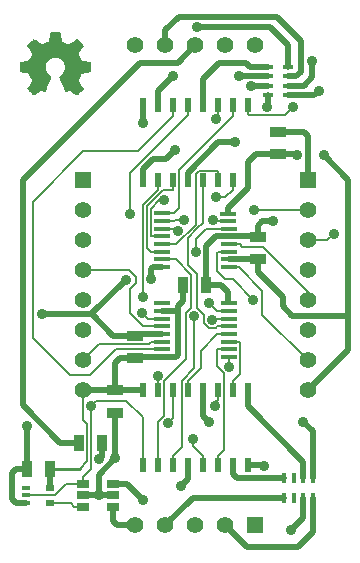
<source format=gtl>
G04 (created by PCBNEW (2013-07-07 BZR 4022)-stable) date 08/06/2014 17:08:36*
%MOIN*%
G04 Gerber Fmt 3.4, Leading zero omitted, Abs format*
%FSLAX34Y34*%
G01*
G70*
G90*
G04 APERTURE LIST*
%ADD10C,0.00590551*%
%ADD11C,0.0001*%
%ADD12R,0.0315X0.018*%
%ADD13R,0.0315X0.0197*%
%ADD14R,0.0579X0.0165*%
%ADD15R,0.0394X0.0276*%
%ADD16R,0.02X0.045*%
%ADD17R,0.035X0.055*%
%ADD18R,0.055X0.035*%
%ADD19R,0.055X0.055*%
%ADD20C,0.055*%
%ADD21C,0.0551181*%
%ADD22R,0.0177165X0.0354331*%
%ADD23R,0.0354331X0.0177165*%
%ADD24C,0.035*%
%ADD25C,0.006*%
%ADD26C,0.02*%
%ADD27C,0.01*%
G04 APERTURE END LIST*
G54D10*
G54D11*
G36*
X44614Y-43671D02*
X44627Y-43664D01*
X44654Y-43647D01*
X44694Y-43621D01*
X44740Y-43590D01*
X44787Y-43558D01*
X44826Y-43532D01*
X44853Y-43515D01*
X44864Y-43509D01*
X44870Y-43511D01*
X44892Y-43522D01*
X44924Y-43539D01*
X44943Y-43548D01*
X44973Y-43561D01*
X44987Y-43564D01*
X44990Y-43560D01*
X45001Y-43537D01*
X45018Y-43498D01*
X45040Y-43447D01*
X45066Y-43387D01*
X45093Y-43322D01*
X45120Y-43256D01*
X45146Y-43194D01*
X45170Y-43137D01*
X45188Y-43091D01*
X45200Y-43059D01*
X45205Y-43045D01*
X45203Y-43042D01*
X45189Y-43028D01*
X45163Y-43009D01*
X45107Y-42963D01*
X45052Y-42894D01*
X45018Y-42816D01*
X45007Y-42729D01*
X45016Y-42649D01*
X45048Y-42572D01*
X45102Y-42502D01*
X45168Y-42450D01*
X45244Y-42418D01*
X45330Y-42407D01*
X45412Y-42416D01*
X45491Y-42447D01*
X45561Y-42500D01*
X45590Y-42534D01*
X45631Y-42605D01*
X45654Y-42680D01*
X45656Y-42699D01*
X45653Y-42782D01*
X45628Y-42862D01*
X45585Y-42933D01*
X45524Y-42991D01*
X45516Y-42997D01*
X45488Y-43018D01*
X45469Y-43032D01*
X45454Y-43044D01*
X45560Y-43299D01*
X45577Y-43339D01*
X45606Y-43408D01*
X45631Y-43468D01*
X45652Y-43516D01*
X45666Y-43548D01*
X45672Y-43561D01*
X45673Y-43561D01*
X45682Y-43563D01*
X45701Y-43556D01*
X45737Y-43539D01*
X45760Y-43527D01*
X45787Y-43514D01*
X45799Y-43509D01*
X45810Y-43514D01*
X45836Y-43531D01*
X45873Y-43557D01*
X45919Y-43587D01*
X45962Y-43617D01*
X46002Y-43643D01*
X46031Y-43662D01*
X46045Y-43669D01*
X46047Y-43669D01*
X46060Y-43662D01*
X46083Y-43643D01*
X46117Y-43610D01*
X46166Y-43562D01*
X46174Y-43555D01*
X46214Y-43514D01*
X46247Y-43479D01*
X46269Y-43455D01*
X46277Y-43444D01*
X46277Y-43444D01*
X46269Y-43430D01*
X46251Y-43401D01*
X46225Y-43361D01*
X46193Y-43313D01*
X46108Y-43191D01*
X46155Y-43076D01*
X46169Y-43040D01*
X46187Y-42997D01*
X46200Y-42967D01*
X46207Y-42953D01*
X46220Y-42949D01*
X46251Y-42941D01*
X46297Y-42932D01*
X46352Y-42922D01*
X46404Y-42912D01*
X46451Y-42903D01*
X46485Y-42897D01*
X46500Y-42894D01*
X46504Y-42891D01*
X46507Y-42884D01*
X46509Y-42868D01*
X46510Y-42839D01*
X46511Y-42794D01*
X46511Y-42729D01*
X46511Y-42722D01*
X46510Y-42660D01*
X46509Y-42611D01*
X46507Y-42579D01*
X46505Y-42566D01*
X46505Y-42566D01*
X46490Y-42562D01*
X46457Y-42555D01*
X46410Y-42546D01*
X46354Y-42535D01*
X46350Y-42535D01*
X46294Y-42524D01*
X46248Y-42514D01*
X46215Y-42507D01*
X46201Y-42502D01*
X46198Y-42498D01*
X46187Y-42476D01*
X46171Y-42442D01*
X46152Y-42400D01*
X46134Y-42356D01*
X46118Y-42316D01*
X46108Y-42287D01*
X46105Y-42273D01*
X46105Y-42273D01*
X46113Y-42260D01*
X46132Y-42231D01*
X46160Y-42191D01*
X46192Y-42143D01*
X46195Y-42139D01*
X46227Y-42092D01*
X46253Y-42052D01*
X46270Y-42024D01*
X46277Y-42011D01*
X46277Y-42010D01*
X46266Y-41996D01*
X46242Y-41969D01*
X46207Y-41933D01*
X46166Y-41892D01*
X46153Y-41879D01*
X46107Y-41834D01*
X46075Y-41805D01*
X46055Y-41789D01*
X46046Y-41785D01*
X46045Y-41786D01*
X46031Y-41794D01*
X46001Y-41814D01*
X45961Y-41841D01*
X45913Y-41874D01*
X45910Y-41876D01*
X45862Y-41908D01*
X45823Y-41935D01*
X45795Y-41953D01*
X45783Y-41960D01*
X45781Y-41960D01*
X45762Y-41955D01*
X45728Y-41943D01*
X45687Y-41927D01*
X45643Y-41910D01*
X45603Y-41893D01*
X45574Y-41879D01*
X45560Y-41871D01*
X45559Y-41871D01*
X45554Y-41854D01*
X45546Y-41818D01*
X45536Y-41770D01*
X45525Y-41712D01*
X45523Y-41703D01*
X45513Y-41646D01*
X45504Y-41600D01*
X45497Y-41568D01*
X45494Y-41554D01*
X45486Y-41553D01*
X45458Y-41551D01*
X45416Y-41549D01*
X45365Y-41549D01*
X45312Y-41549D01*
X45260Y-41550D01*
X45216Y-41552D01*
X45184Y-41554D01*
X45170Y-41557D01*
X45170Y-41558D01*
X45165Y-41575D01*
X45157Y-41610D01*
X45147Y-41659D01*
X45136Y-41717D01*
X45134Y-41728D01*
X45124Y-41784D01*
X45114Y-41830D01*
X45107Y-41861D01*
X45104Y-41874D01*
X45099Y-41876D01*
X45076Y-41887D01*
X45038Y-41902D01*
X44991Y-41921D01*
X44883Y-41965D01*
X44751Y-41874D01*
X44739Y-41866D01*
X44691Y-41833D01*
X44652Y-41807D01*
X44624Y-41790D01*
X44613Y-41783D01*
X44612Y-41784D01*
X44599Y-41795D01*
X44573Y-41820D01*
X44537Y-41855D01*
X44495Y-41896D01*
X44464Y-41927D01*
X44428Y-41964D01*
X44405Y-41989D01*
X44392Y-42005D01*
X44387Y-42015D01*
X44389Y-42022D01*
X44397Y-42035D01*
X44417Y-42064D01*
X44444Y-42105D01*
X44476Y-42151D01*
X44503Y-42191D01*
X44532Y-42235D01*
X44550Y-42267D01*
X44557Y-42282D01*
X44555Y-42289D01*
X44546Y-42315D01*
X44530Y-42354D01*
X44510Y-42401D01*
X44464Y-42506D01*
X44395Y-42519D01*
X44354Y-42527D01*
X44295Y-42538D01*
X44239Y-42549D01*
X44152Y-42566D01*
X44149Y-42885D01*
X44163Y-42891D01*
X44176Y-42895D01*
X44208Y-42902D01*
X44254Y-42911D01*
X44308Y-42921D01*
X44355Y-42930D01*
X44401Y-42939D01*
X44435Y-42945D01*
X44450Y-42948D01*
X44453Y-42953D01*
X44465Y-42976D01*
X44482Y-43012D01*
X44500Y-43055D01*
X44519Y-43100D01*
X44535Y-43141D01*
X44547Y-43173D01*
X44551Y-43189D01*
X44545Y-43201D01*
X44527Y-43229D01*
X44501Y-43268D01*
X44470Y-43314D01*
X44438Y-43361D01*
X44411Y-43400D01*
X44392Y-43429D01*
X44385Y-43442D01*
X44389Y-43451D01*
X44407Y-43473D01*
X44442Y-43509D01*
X44494Y-43561D01*
X44503Y-43569D01*
X44544Y-43609D01*
X44579Y-43641D01*
X44603Y-43663D01*
X44614Y-43671D01*
X44614Y-43671D01*
G37*
G54D12*
X44356Y-56744D03*
X44356Y-57256D03*
X44356Y-57000D03*
G54D13*
X45144Y-57256D03*
X45144Y-56744D03*
G54D14*
X48898Y-48372D03*
X48898Y-48628D03*
X48898Y-48884D03*
X48898Y-49140D03*
X51100Y-47608D03*
X48898Y-47604D03*
X48898Y-47860D03*
X48898Y-48116D03*
X51102Y-49396D03*
X51102Y-49140D03*
X51102Y-48884D03*
X51102Y-48628D03*
X51102Y-48372D03*
X51102Y-48116D03*
X48898Y-49396D03*
X51100Y-47860D03*
X51102Y-51628D03*
X51102Y-51372D03*
X51102Y-51116D03*
X51102Y-50860D03*
X48900Y-52392D03*
X51102Y-52396D03*
X51102Y-52140D03*
X51102Y-51884D03*
X48898Y-50604D03*
X48898Y-50860D03*
X48898Y-51116D03*
X48898Y-51372D03*
X48898Y-51628D03*
X48898Y-51884D03*
X51102Y-50604D03*
X48900Y-52140D03*
G54D15*
X47250Y-56625D03*
X47250Y-57000D03*
X47250Y-57375D03*
X46250Y-57375D03*
X46250Y-57000D03*
X46250Y-56625D03*
G54D16*
X51750Y-46500D03*
X50750Y-46500D03*
X50250Y-46500D03*
X49750Y-46500D03*
X49250Y-46500D03*
X48750Y-46500D03*
X48250Y-46500D03*
X48250Y-44000D03*
X48750Y-44000D03*
X49250Y-44000D03*
X49750Y-44000D03*
X50250Y-44000D03*
X50750Y-44000D03*
X51250Y-44000D03*
X51750Y-44000D03*
X51250Y-46500D03*
X48250Y-53500D03*
X49250Y-53500D03*
X49750Y-53500D03*
X50250Y-53500D03*
X50750Y-53500D03*
X51250Y-53500D03*
X51750Y-53500D03*
X51750Y-56000D03*
X51250Y-56000D03*
X50750Y-56000D03*
X50250Y-56000D03*
X49750Y-56000D03*
X49250Y-56000D03*
X48750Y-56000D03*
X48250Y-56000D03*
X48750Y-53500D03*
G54D17*
X46875Y-55250D03*
X46125Y-55250D03*
X49595Y-49979D03*
X50345Y-49979D03*
X45135Y-56110D03*
X44385Y-56110D03*
G54D18*
X48000Y-52425D03*
X48000Y-51675D03*
X52070Y-49125D03*
X52070Y-48375D03*
X52759Y-45634D03*
X52759Y-44884D03*
X47320Y-53495D03*
X47320Y-54245D03*
G54D19*
X46250Y-46500D03*
G54D20*
X46250Y-47500D03*
X46250Y-48500D03*
X46250Y-49500D03*
X46250Y-50500D03*
X46250Y-51500D03*
X46250Y-52500D03*
X46250Y-53500D03*
G54D19*
X53750Y-46500D03*
G54D20*
X53750Y-47500D03*
X53750Y-48500D03*
X53750Y-49500D03*
X53750Y-50500D03*
X53750Y-51500D03*
X53750Y-52500D03*
X53750Y-53500D03*
G54D19*
X52000Y-58000D03*
G54D20*
X51000Y-58000D03*
X50000Y-58000D03*
X49000Y-58000D03*
X48000Y-58000D03*
X48000Y-42000D03*
X49000Y-42000D03*
X50000Y-42000D03*
G54D21*
X51000Y-42000D03*
X52000Y-42000D03*
G54D22*
X53596Y-56427D03*
X53911Y-56427D03*
X53281Y-56427D03*
X52966Y-56427D03*
X52966Y-57096D03*
X53271Y-57096D03*
X53596Y-57096D03*
X53911Y-57096D03*
G54D23*
X53072Y-43346D03*
X53072Y-43661D03*
X53072Y-43031D03*
X53072Y-42716D03*
X52403Y-42716D03*
X52403Y-43021D03*
X52403Y-43346D03*
X52403Y-43661D03*
G54D24*
X48220Y-50930D03*
X51930Y-50480D03*
X50010Y-48880D03*
X50680Y-47070D03*
X51960Y-47500D03*
X48750Y-53011D03*
X53260Y-44060D03*
X54610Y-48290D03*
X46518Y-54039D03*
X47670Y-49810D03*
X48530Y-49800D03*
X44380Y-54680D03*
X44880Y-50960D03*
X47320Y-55769D03*
X52270Y-56010D03*
X48250Y-44600D03*
X52600Y-47860D03*
X46770Y-57000D03*
X49922Y-55129D03*
X49631Y-47816D03*
X47821Y-47609D03*
X50573Y-47836D03*
X49097Y-54579D03*
X48951Y-47166D03*
X50665Y-54024D03*
X49424Y-48189D03*
X50560Y-51144D03*
X48240Y-50389D03*
X50040Y-41400D03*
X54110Y-43510D03*
X48260Y-57160D03*
X53190Y-58150D03*
X49320Y-45480D03*
X52400Y-44050D03*
X49250Y-43020D03*
X51460Y-43020D03*
X49959Y-51020D03*
X50456Y-50593D03*
X49520Y-56700D03*
X46800Y-55800D03*
X53890Y-42510D03*
X51840Y-43360D03*
X51320Y-45240D03*
X53590Y-54550D03*
X50440Y-54550D03*
X51129Y-52714D03*
X50679Y-44466D03*
X53390Y-45650D03*
X54270Y-45650D03*
G54D25*
X48898Y-51116D02*
X48406Y-51116D01*
X48406Y-51116D02*
X48220Y-50930D01*
X51240Y-49790D02*
X51930Y-50480D01*
X50980Y-49790D02*
X51240Y-49790D01*
X50722Y-49532D02*
X50980Y-49790D01*
X50722Y-48920D02*
X50722Y-49532D01*
X50758Y-48884D02*
X50722Y-48920D01*
X50758Y-48884D02*
X51102Y-48884D01*
X50010Y-48880D02*
X50010Y-48466D01*
X51102Y-48116D02*
X50360Y-48116D01*
X50010Y-48466D02*
X50360Y-48116D01*
X48435Y-51967D02*
X48518Y-51884D01*
X46782Y-51967D02*
X48435Y-51967D01*
X46250Y-52500D02*
X46782Y-51967D01*
X48897Y-51884D02*
X48518Y-51884D01*
X51102Y-49396D02*
X51436Y-49396D01*
X52230Y-50980D02*
X53750Y-52500D01*
X52230Y-50190D02*
X52230Y-50980D01*
X51436Y-49396D02*
X52230Y-50190D01*
X48898Y-51372D02*
X48242Y-51372D01*
X47800Y-49500D02*
X46250Y-49500D01*
X48010Y-49710D02*
X47800Y-49500D01*
X48010Y-49930D02*
X48010Y-49710D01*
X47810Y-50130D02*
X48010Y-49930D01*
X47810Y-50940D02*
X47810Y-50130D01*
X48242Y-51372D02*
X47810Y-50940D01*
X51250Y-46500D02*
X51250Y-46810D01*
X50990Y-47070D02*
X50680Y-47070D01*
X51250Y-46810D02*
X50990Y-47070D01*
X51962Y-47497D02*
X51964Y-47500D01*
X51960Y-47500D02*
X51962Y-47497D01*
X53750Y-47500D02*
X51964Y-47500D01*
X48750Y-53500D02*
X48750Y-53011D01*
X53750Y-48500D02*
X54400Y-48500D01*
X51750Y-44280D02*
X51750Y-44000D01*
X51790Y-44320D02*
X51750Y-44280D01*
X53000Y-44320D02*
X51790Y-44320D01*
X53260Y-44060D02*
X53000Y-44320D01*
X54400Y-48500D02*
X54610Y-48290D01*
X45680Y-56625D02*
X46250Y-56625D01*
X45305Y-57000D02*
X45680Y-56625D01*
X44355Y-57000D02*
X45305Y-57000D01*
X46250Y-56625D02*
X46250Y-56396D01*
X46518Y-56128D02*
X46518Y-54039D01*
X46250Y-56396D02*
X46518Y-56128D01*
X46700Y-53856D02*
X46518Y-54039D01*
X47700Y-53856D02*
X46700Y-53856D01*
X48250Y-54405D02*
X47700Y-53856D01*
X48250Y-56000D02*
X48250Y-54405D01*
X51565Y-48711D02*
X51481Y-48627D01*
X52237Y-48711D02*
X51565Y-48711D01*
X53750Y-50224D02*
X52237Y-48711D01*
X53750Y-50500D02*
X53750Y-50224D01*
X51102Y-48627D02*
X51481Y-48627D01*
G54D26*
X48898Y-49396D02*
X48584Y-49396D01*
X48530Y-49450D02*
X48530Y-49800D01*
X48584Y-49396D02*
X48530Y-49450D01*
X46520Y-50960D02*
X47670Y-49810D01*
X48530Y-49800D02*
X48540Y-49810D01*
X44385Y-56110D02*
X44385Y-54685D01*
X44385Y-54685D02*
X44380Y-54680D01*
X44356Y-57256D02*
X44016Y-57256D01*
X44030Y-56110D02*
X44385Y-56110D01*
X43870Y-56270D02*
X44030Y-56110D01*
X43870Y-57110D02*
X43870Y-56270D01*
X44016Y-57256D02*
X43870Y-57110D01*
X48000Y-51675D02*
X47255Y-51675D01*
X46540Y-50960D02*
X46520Y-50960D01*
X46520Y-50960D02*
X44880Y-50960D01*
X47255Y-51675D02*
X46540Y-50960D01*
G54D25*
X47320Y-55750D02*
X47320Y-55769D01*
G54D26*
X52260Y-56000D02*
X51750Y-56000D01*
X52270Y-56010D02*
X52260Y-56000D01*
X50345Y-49979D02*
X50859Y-49979D01*
X51100Y-50220D02*
X51100Y-50520D01*
X50859Y-49979D02*
X51100Y-50220D01*
X51102Y-48372D02*
X50668Y-48372D01*
X50345Y-48694D02*
X50345Y-49979D01*
X50668Y-48372D02*
X50345Y-48694D01*
X48250Y-44000D02*
X48250Y-44600D01*
X46770Y-57000D02*
X46770Y-56320D01*
X47320Y-55750D02*
X47320Y-54245D01*
X46770Y-56320D02*
X47320Y-55769D01*
X53750Y-46500D02*
X53750Y-45010D01*
X53624Y-44884D02*
X52759Y-44884D01*
X53750Y-45010D02*
X53624Y-44884D01*
X51102Y-48372D02*
X52067Y-48372D01*
X52067Y-48372D02*
X52070Y-48375D01*
X52070Y-48375D02*
X52070Y-48009D01*
X52070Y-48009D02*
X52220Y-47860D01*
X52220Y-47860D02*
X52600Y-47860D01*
X48898Y-51628D02*
X48047Y-51628D01*
X48047Y-51628D02*
X48000Y-51675D01*
X47250Y-57000D02*
X46250Y-57000D01*
G54D27*
X46770Y-57000D02*
X47250Y-57000D01*
G54D25*
X46250Y-57000D02*
X46537Y-57000D01*
X46537Y-57000D02*
X46962Y-57000D01*
X47106Y-57000D02*
X46962Y-57000D01*
X47106Y-57000D02*
X47250Y-57000D01*
X52070Y-48375D02*
X52070Y-48301D01*
X51102Y-52140D02*
X50722Y-52140D01*
X50750Y-56000D02*
X50750Y-55684D01*
X50953Y-55481D02*
X50750Y-55684D01*
X50953Y-52913D02*
X50953Y-55481D01*
X50722Y-52682D02*
X50953Y-52913D01*
X50722Y-52140D02*
X50722Y-52682D01*
X51102Y-51627D02*
X50722Y-51627D01*
X49750Y-53500D02*
X49750Y-53184D01*
X50170Y-52180D02*
X50722Y-51627D01*
X50170Y-52764D02*
X50170Y-52180D01*
X49750Y-53184D02*
X50170Y-52764D01*
X48897Y-47860D02*
X49277Y-47860D01*
X50250Y-56000D02*
X50250Y-55684D01*
X49922Y-55357D02*
X49922Y-55129D01*
X50250Y-55684D02*
X49922Y-55357D01*
X49321Y-47816D02*
X49631Y-47816D01*
X49277Y-47860D02*
X49321Y-47816D01*
X49465Y-47416D02*
X49277Y-47604D01*
X49465Y-46145D02*
X49465Y-47416D01*
X51250Y-44360D02*
X49465Y-46145D01*
X51250Y-44000D02*
X51250Y-44360D01*
X48897Y-47604D02*
X49277Y-47604D01*
X51100Y-47860D02*
X50720Y-47860D01*
X49750Y-44000D02*
X49750Y-44315D01*
X50697Y-47836D02*
X50720Y-47860D01*
X50573Y-47836D02*
X50697Y-47836D01*
X47821Y-46243D02*
X47821Y-47609D01*
X49750Y-44315D02*
X47821Y-46243D01*
G54D26*
X47250Y-57375D02*
X47250Y-57850D01*
X47400Y-58000D02*
X48000Y-58000D01*
X47250Y-57850D02*
X47400Y-58000D01*
G54D25*
X49250Y-54426D02*
X49097Y-54579D01*
X49250Y-53500D02*
X49250Y-54426D01*
X48518Y-47447D02*
X48518Y-48372D01*
X48799Y-47166D02*
X48518Y-47447D01*
X48951Y-47166D02*
X48799Y-47166D01*
X48897Y-48372D02*
X48518Y-48372D01*
X49250Y-46500D02*
X49250Y-46815D01*
X48897Y-48884D02*
X48518Y-48884D01*
X48398Y-48763D02*
X48518Y-48884D01*
X48398Y-47344D02*
X48398Y-48763D01*
X48928Y-46815D02*
X48398Y-47344D01*
X49250Y-46815D02*
X48928Y-46815D01*
X50750Y-46500D02*
X50750Y-46184D01*
X48897Y-48627D02*
X49277Y-48627D01*
X49364Y-48627D02*
X49277Y-48627D01*
X50008Y-47984D02*
X49364Y-48627D01*
X50008Y-46283D02*
X50008Y-47984D01*
X50106Y-46184D02*
X50008Y-46283D01*
X50750Y-46184D02*
X50106Y-46184D01*
X50665Y-53899D02*
X50665Y-54024D01*
X50750Y-53815D02*
X50665Y-53899D01*
X49351Y-48115D02*
X48897Y-48115D01*
X49424Y-48189D02*
X49351Y-48115D01*
X50750Y-53500D02*
X50750Y-53815D01*
X45843Y-57255D02*
X45144Y-57255D01*
X45962Y-57375D02*
X45843Y-57255D01*
X46250Y-57375D02*
X45962Y-57375D01*
X48750Y-46815D02*
X48240Y-47324D01*
X48240Y-47324D02*
X48240Y-50389D01*
X51102Y-51115D02*
X50722Y-51115D01*
X48750Y-46500D02*
X48750Y-46815D01*
X50722Y-51115D02*
X50694Y-51144D01*
X50694Y-51144D02*
X50560Y-51144D01*
G54D26*
X52966Y-57096D02*
X49903Y-57096D01*
X49903Y-57096D02*
X49000Y-58000D01*
X53072Y-42716D02*
X53072Y-42002D01*
X52470Y-41400D02*
X50040Y-41400D01*
X53072Y-42002D02*
X52470Y-41400D01*
X53072Y-43661D02*
X53958Y-43661D01*
X53958Y-43661D02*
X54110Y-43510D01*
G54D25*
X50063Y-50749D02*
X50063Y-49633D01*
X50250Y-46500D02*
X50250Y-47912D01*
X50250Y-47912D02*
X50063Y-48099D01*
X50063Y-50749D02*
X50295Y-50981D01*
X50295Y-50981D02*
X50295Y-51253D01*
X50295Y-51253D02*
X50450Y-51409D01*
X50450Y-51409D02*
X50685Y-51409D01*
X50685Y-51409D02*
X50722Y-51372D01*
X50722Y-51372D02*
X51102Y-51372D01*
X49740Y-48422D02*
X50063Y-48099D01*
X49740Y-49310D02*
X49740Y-48422D01*
X50063Y-49633D02*
X49740Y-49310D01*
G54D26*
X51250Y-56000D02*
X51250Y-56294D01*
X51250Y-56294D02*
X51382Y-56427D01*
X52966Y-56427D02*
X51382Y-56427D01*
X51382Y-56427D02*
X51380Y-56430D01*
X47250Y-56625D02*
X47715Y-56625D01*
X48250Y-57160D02*
X48260Y-57160D01*
X47715Y-56625D02*
X48250Y-57160D01*
X51750Y-53500D02*
X51750Y-54040D01*
X53596Y-55886D02*
X53596Y-56427D01*
X51750Y-54040D02*
X53596Y-55886D01*
X53596Y-57096D02*
X53596Y-57743D01*
X53596Y-57743D02*
X53190Y-58150D01*
X48250Y-46500D02*
X48250Y-46130D01*
X48590Y-45790D02*
X48250Y-46130D01*
X49010Y-45790D02*
X48590Y-45790D01*
X49320Y-45480D02*
X49010Y-45790D01*
X52403Y-44046D02*
X52400Y-44050D01*
X52403Y-44046D02*
X52403Y-43661D01*
X52403Y-43021D02*
X51461Y-43021D01*
X48750Y-43520D02*
X48750Y-44000D01*
X49250Y-43020D02*
X48750Y-43520D01*
X51461Y-43021D02*
X51460Y-43020D01*
G54D25*
X49959Y-52760D02*
X49959Y-51020D01*
X49535Y-53184D02*
X49959Y-52760D01*
X49535Y-55399D02*
X49535Y-53184D01*
X49250Y-55684D02*
X49535Y-55399D01*
X51102Y-50860D02*
X50722Y-50860D01*
X49250Y-56000D02*
X49250Y-55684D01*
X50456Y-50593D02*
X50722Y-50860D01*
G54D26*
X52403Y-42716D02*
X51826Y-42716D01*
X50250Y-43120D02*
X50250Y-44000D01*
X50780Y-42590D02*
X50250Y-43120D01*
X51700Y-42590D02*
X50780Y-42590D01*
X51826Y-42716D02*
X51700Y-42590D01*
X46875Y-55250D02*
X46875Y-55725D01*
X49750Y-56470D02*
X49750Y-56000D01*
X49520Y-56700D02*
X49750Y-56470D01*
X46875Y-55725D02*
X46800Y-55800D01*
X53072Y-43031D02*
X53353Y-43031D01*
X49000Y-41485D02*
X49000Y-42000D01*
X49440Y-41045D02*
X49000Y-41485D01*
X52705Y-41045D02*
X49440Y-41045D01*
X53505Y-41845D02*
X52705Y-41045D01*
X53505Y-42880D02*
X53505Y-41845D01*
X53353Y-43031D02*
X53505Y-42880D01*
X53072Y-43346D02*
X53613Y-43346D01*
X53890Y-43070D02*
X53890Y-42510D01*
X53890Y-42510D02*
X53890Y-42480D01*
X53613Y-43346D02*
X53890Y-43070D01*
X53911Y-57096D02*
X53911Y-58218D01*
X51710Y-58710D02*
X51000Y-58000D01*
X53420Y-58710D02*
X51710Y-58710D01*
X53911Y-58218D02*
X53420Y-58710D01*
X51840Y-43360D02*
X51853Y-43346D01*
X51853Y-43346D02*
X52403Y-43346D01*
X49750Y-46500D02*
X49750Y-46246D01*
X50756Y-45240D02*
X51320Y-45240D01*
X49750Y-46246D02*
X50756Y-45240D01*
X46125Y-55250D02*
X45500Y-55250D01*
X49420Y-42580D02*
X50000Y-42000D01*
X48140Y-42580D02*
X49420Y-42580D01*
X44240Y-46480D02*
X48140Y-42580D01*
X44240Y-53990D02*
X44240Y-46480D01*
X45500Y-55250D02*
X44240Y-53990D01*
X50250Y-53500D02*
X50250Y-54360D01*
X53911Y-54871D02*
X53911Y-56427D01*
X53590Y-54550D02*
X53911Y-54871D01*
X50250Y-54360D02*
X50440Y-54550D01*
G54D25*
X49250Y-44000D02*
X49250Y-44360D01*
X44574Y-47210D02*
X44574Y-51753D01*
X44574Y-51753D02*
X45825Y-53004D01*
X45825Y-53004D02*
X46490Y-53004D01*
X46490Y-53004D02*
X47354Y-52140D01*
X47354Y-52140D02*
X48900Y-52140D01*
X46244Y-45540D02*
X44574Y-47210D01*
X48070Y-45540D02*
X46244Y-45540D01*
X49250Y-44360D02*
X48070Y-45540D01*
X50750Y-44000D02*
X50750Y-44396D01*
X50750Y-44396D02*
X50679Y-44466D01*
X51102Y-52687D02*
X51102Y-52395D01*
X51102Y-52687D02*
X51129Y-52714D01*
X48750Y-56000D02*
X48750Y-55684D01*
X48750Y-54552D02*
X48750Y-55684D01*
X48940Y-54361D02*
X48750Y-54552D01*
X48940Y-53202D02*
X48940Y-54361D01*
X49694Y-52448D02*
X48940Y-53202D01*
X49694Y-50910D02*
X49694Y-52448D01*
X49860Y-50744D02*
X49694Y-50910D01*
X49860Y-49665D02*
X49860Y-50744D01*
X49334Y-49140D02*
X49860Y-49665D01*
X48897Y-49140D02*
X49334Y-49140D01*
X51250Y-53500D02*
X51250Y-53184D01*
X51102Y-51884D02*
X51481Y-51884D01*
X51481Y-52953D02*
X51481Y-51884D01*
X51250Y-53184D02*
X51481Y-52953D01*
G54D27*
X45135Y-56110D02*
X46138Y-56110D01*
G54D25*
X46250Y-54490D02*
X46250Y-53500D01*
X46398Y-54638D02*
X46250Y-54490D01*
X46398Y-55850D02*
X46398Y-54638D01*
X46138Y-56110D02*
X46398Y-55850D01*
G54D26*
X45144Y-56744D02*
X45144Y-56119D01*
X45144Y-56119D02*
X45135Y-56110D01*
X52070Y-49125D02*
X52070Y-49550D01*
X52070Y-49550D02*
X52910Y-50390D01*
X53230Y-51020D02*
X55100Y-51020D01*
X52910Y-50390D02*
X52910Y-50700D01*
X52910Y-50700D02*
X53230Y-51020D01*
X51102Y-49140D02*
X52055Y-49140D01*
X52055Y-49140D02*
X52070Y-49125D01*
X52759Y-45634D02*
X53374Y-45634D01*
X53374Y-45634D02*
X53390Y-45650D01*
X54270Y-45650D02*
X55100Y-46480D01*
X55100Y-46480D02*
X55100Y-51020D01*
X55100Y-52150D02*
X53750Y-53500D01*
X55100Y-51020D02*
X55100Y-52150D01*
X52759Y-45634D02*
X52005Y-45634D01*
X51750Y-45890D02*
X51950Y-45690D01*
X51750Y-45890D02*
X51750Y-46500D01*
X52005Y-45634D02*
X51950Y-45690D01*
X51100Y-47520D02*
X51100Y-47410D01*
X51750Y-46760D02*
X51750Y-46500D01*
X51100Y-47410D02*
X51750Y-46760D01*
X48000Y-52425D02*
X47475Y-52425D01*
X47320Y-52579D02*
X47320Y-53495D01*
X47475Y-52425D02*
X47320Y-52579D01*
X47320Y-53495D02*
X46254Y-53495D01*
X46254Y-53495D02*
X46250Y-53500D01*
X48250Y-53500D02*
X47325Y-53500D01*
X47325Y-53500D02*
X47320Y-53495D01*
X48900Y-52392D02*
X48033Y-52392D01*
X48033Y-52392D02*
X48000Y-52425D01*
X48898Y-50860D02*
X49386Y-50860D01*
X49386Y-50860D02*
X49420Y-50826D01*
X48900Y-52392D02*
X49338Y-52392D01*
X49595Y-50514D02*
X49420Y-50690D01*
X49420Y-50690D02*
X49420Y-50826D01*
X49420Y-50826D02*
X49420Y-50870D01*
X49595Y-50514D02*
X49595Y-49979D01*
X49420Y-52310D02*
X49420Y-50870D01*
X49338Y-52392D02*
X49420Y-52310D01*
G54D25*
X47320Y-53495D02*
X46954Y-53495D01*
X46253Y-53500D02*
X46250Y-53500D01*
X46950Y-53500D02*
X46253Y-53500D01*
X46954Y-53495D02*
X46950Y-53500D01*
M02*

</source>
